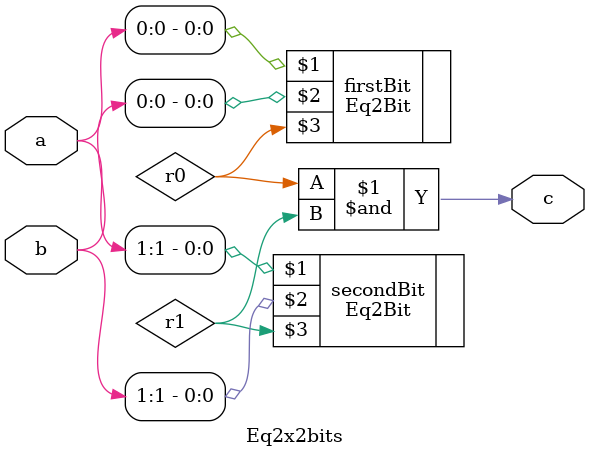
<source format=v>

`timescale 1ns / 1ps

module Eq2x2bits( input [1:0] a, input [1:0] b, output c );

	wire r0, r1;
	
	Eq2Bit firstBit( a[0], b[0], r0 );
	Eq2Bit secondBit( a[1], b[1], r1 );
	
	assign c = r0 & r1;

endmodule

</source>
